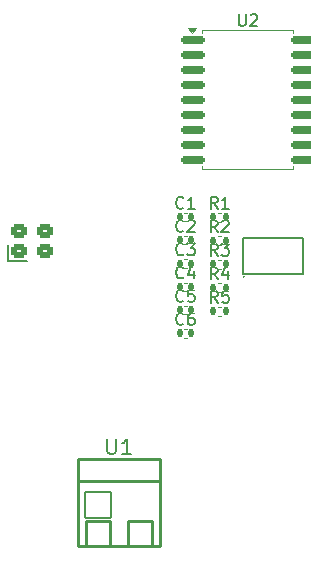
<source format=gbr>
%TF.GenerationSoftware,KiCad,Pcbnew,8.0.9*%
%TF.CreationDate,2025-09-23T01:05:25+07:00*%
%TF.ProjectId,CAN_Shield,43414e5f-5368-4696-956c-642e6b696361,rev?*%
%TF.SameCoordinates,Original*%
%TF.FileFunction,Legend,Top*%
%TF.FilePolarity,Positive*%
%FSLAX46Y46*%
G04 Gerber Fmt 4.6, Leading zero omitted, Abs format (unit mm)*
G04 Created by KiCad (PCBNEW 8.0.9) date 2025-09-23 01:05:25*
%MOMM*%
%LPD*%
G01*
G04 APERTURE LIST*
G04 Aperture macros list*
%AMRoundRect*
0 Rectangle with rounded corners*
0 $1 Rounding radius*
0 $2 $3 $4 $5 $6 $7 $8 $9 X,Y pos of 4 corners*
0 Add a 4 corners polygon primitive as box body*
4,1,4,$2,$3,$4,$5,$6,$7,$8,$9,$2,$3,0*
0 Add four circle primitives for the rounded corners*
1,1,$1+$1,$2,$3*
1,1,$1+$1,$4,$5*
1,1,$1+$1,$6,$7*
1,1,$1+$1,$8,$9*
0 Add four rect primitives between the rounded corners*
20,1,$1+$1,$2,$3,$4,$5,0*
20,1,$1+$1,$4,$5,$6,$7,0*
20,1,$1+$1,$6,$7,$8,$9,0*
20,1,$1+$1,$8,$9,$2,$3,0*%
G04 Aperture macros list end*
%ADD10C,0.150000*%
%ADD11C,0.254000*%
%ADD12C,0.120000*%
%ADD13RoundRect,0.050800X-1.100000X-1.100000X1.100000X-1.100000X1.100000X1.100000X-1.100000X1.100000X0*%
%ADD14O,2.301600X2.301600*%
%ADD15RoundRect,0.140000X-0.140000X-0.170000X0.140000X-0.170000X0.140000X0.170000X-0.140000X0.170000X0*%
%ADD16C,2.700000*%
%ADD17RoundRect,0.150000X-0.875000X-0.150000X0.875000X-0.150000X0.875000X0.150000X-0.875000X0.150000X0*%
%ADD18RoundRect,0.250000X-0.450000X-0.350000X0.450000X-0.350000X0.450000X0.350000X-0.450000X0.350000X0*%
%ADD19RoundRect,0.135000X-0.135000X-0.185000X0.135000X-0.185000X0.135000X0.185000X-0.135000X0.185000X0*%
%ADD20O,0.590000X2.050000*%
%ADD21R,1.700000X1.700000*%
%ADD22O,1.700000X1.700000*%
G04 APERTURE END LIST*
D10*
X28115280Y12156174D02*
X28115280Y11128079D01*
X28115280Y11128079D02*
X28175757Y11007127D01*
X28175757Y11007127D02*
X28236233Y10946650D01*
X28236233Y10946650D02*
X28357185Y10886174D01*
X28357185Y10886174D02*
X28599090Y10886174D01*
X28599090Y10886174D02*
X28720042Y10946650D01*
X28720042Y10946650D02*
X28780519Y11007127D01*
X28780519Y11007127D02*
X28840995Y11128079D01*
X28840995Y11128079D02*
X28840995Y12156174D01*
X30110995Y10886174D02*
X29385280Y10886174D01*
X29748137Y10886174D02*
X29748137Y12156174D01*
X29748137Y12156174D02*
X29627185Y11974746D01*
X29627185Y11974746D02*
X29506233Y11853793D01*
X29506233Y11853793D02*
X29385280Y11793317D01*
X34542333Y31772420D02*
X34494714Y31724800D01*
X34494714Y31724800D02*
X34351857Y31677181D01*
X34351857Y31677181D02*
X34256619Y31677181D01*
X34256619Y31677181D02*
X34113762Y31724800D01*
X34113762Y31724800D02*
X34018524Y31820039D01*
X34018524Y31820039D02*
X33970905Y31915277D01*
X33970905Y31915277D02*
X33923286Y32105753D01*
X33923286Y32105753D02*
X33923286Y32248610D01*
X33923286Y32248610D02*
X33970905Y32439086D01*
X33970905Y32439086D02*
X34018524Y32534324D01*
X34018524Y32534324D02*
X34113762Y32629562D01*
X34113762Y32629562D02*
X34256619Y32677181D01*
X34256619Y32677181D02*
X34351857Y32677181D01*
X34351857Y32677181D02*
X34494714Y32629562D01*
X34494714Y32629562D02*
X34542333Y32581943D01*
X35494714Y31677181D02*
X34923286Y31677181D01*
X35209000Y31677181D02*
X35209000Y32677181D01*
X35209000Y32677181D02*
X35113762Y32534324D01*
X35113762Y32534324D02*
X35018524Y32439086D01*
X35018524Y32439086D02*
X34923286Y32391467D01*
X34542333Y25862420D02*
X34494714Y25814800D01*
X34494714Y25814800D02*
X34351857Y25767181D01*
X34351857Y25767181D02*
X34256619Y25767181D01*
X34256619Y25767181D02*
X34113762Y25814800D01*
X34113762Y25814800D02*
X34018524Y25910039D01*
X34018524Y25910039D02*
X33970905Y26005277D01*
X33970905Y26005277D02*
X33923286Y26195753D01*
X33923286Y26195753D02*
X33923286Y26338610D01*
X33923286Y26338610D02*
X33970905Y26529086D01*
X33970905Y26529086D02*
X34018524Y26624324D01*
X34018524Y26624324D02*
X34113762Y26719562D01*
X34113762Y26719562D02*
X34256619Y26767181D01*
X34256619Y26767181D02*
X34351857Y26767181D01*
X34351857Y26767181D02*
X34494714Y26719562D01*
X34494714Y26719562D02*
X34542333Y26671943D01*
X35399476Y26433848D02*
X35399476Y25767181D01*
X35161381Y26814800D02*
X34923286Y26100515D01*
X34923286Y26100515D02*
X35542333Y26100515D01*
X39243095Y48159181D02*
X39243095Y47349658D01*
X39243095Y47349658D02*
X39290714Y47254420D01*
X39290714Y47254420D02*
X39338333Y47206800D01*
X39338333Y47206800D02*
X39433571Y47159181D01*
X39433571Y47159181D02*
X39624047Y47159181D01*
X39624047Y47159181D02*
X39719285Y47206800D01*
X39719285Y47206800D02*
X39766904Y47254420D01*
X39766904Y47254420D02*
X39814523Y47349658D01*
X39814523Y47349658D02*
X39814523Y48159181D01*
X40243095Y48063943D02*
X40290714Y48111562D01*
X40290714Y48111562D02*
X40385952Y48159181D01*
X40385952Y48159181D02*
X40624047Y48159181D01*
X40624047Y48159181D02*
X40719285Y48111562D01*
X40719285Y48111562D02*
X40766904Y48063943D01*
X40766904Y48063943D02*
X40814523Y47968705D01*
X40814523Y47968705D02*
X40814523Y47873467D01*
X40814523Y47873467D02*
X40766904Y47730610D01*
X40766904Y47730610D02*
X40195476Y47159181D01*
X40195476Y47159181D02*
X40814523Y47159181D01*
X37432333Y31677181D02*
X37099000Y32153372D01*
X36860905Y31677181D02*
X36860905Y32677181D01*
X36860905Y32677181D02*
X37241857Y32677181D01*
X37241857Y32677181D02*
X37337095Y32629562D01*
X37337095Y32629562D02*
X37384714Y32581943D01*
X37384714Y32581943D02*
X37432333Y32486705D01*
X37432333Y32486705D02*
X37432333Y32343848D01*
X37432333Y32343848D02*
X37384714Y32248610D01*
X37384714Y32248610D02*
X37337095Y32200991D01*
X37337095Y32200991D02*
X37241857Y32153372D01*
X37241857Y32153372D02*
X36860905Y32153372D01*
X38384714Y31677181D02*
X37813286Y31677181D01*
X38099000Y31677181D02*
X38099000Y32677181D01*
X38099000Y32677181D02*
X38003762Y32534324D01*
X38003762Y32534324D02*
X37908524Y32439086D01*
X37908524Y32439086D02*
X37813286Y32391467D01*
X34542333Y29802420D02*
X34494714Y29754800D01*
X34494714Y29754800D02*
X34351857Y29707181D01*
X34351857Y29707181D02*
X34256619Y29707181D01*
X34256619Y29707181D02*
X34113762Y29754800D01*
X34113762Y29754800D02*
X34018524Y29850039D01*
X34018524Y29850039D02*
X33970905Y29945277D01*
X33970905Y29945277D02*
X33923286Y30135753D01*
X33923286Y30135753D02*
X33923286Y30278610D01*
X33923286Y30278610D02*
X33970905Y30469086D01*
X33970905Y30469086D02*
X34018524Y30564324D01*
X34018524Y30564324D02*
X34113762Y30659562D01*
X34113762Y30659562D02*
X34256619Y30707181D01*
X34256619Y30707181D02*
X34351857Y30707181D01*
X34351857Y30707181D02*
X34494714Y30659562D01*
X34494714Y30659562D02*
X34542333Y30611943D01*
X34923286Y30611943D02*
X34970905Y30659562D01*
X34970905Y30659562D02*
X35066143Y30707181D01*
X35066143Y30707181D02*
X35304238Y30707181D01*
X35304238Y30707181D02*
X35399476Y30659562D01*
X35399476Y30659562D02*
X35447095Y30611943D01*
X35447095Y30611943D02*
X35494714Y30516705D01*
X35494714Y30516705D02*
X35494714Y30421467D01*
X35494714Y30421467D02*
X35447095Y30278610D01*
X35447095Y30278610D02*
X34875667Y29707181D01*
X34875667Y29707181D02*
X35494714Y29707181D01*
X34542333Y27832420D02*
X34494714Y27784800D01*
X34494714Y27784800D02*
X34351857Y27737181D01*
X34351857Y27737181D02*
X34256619Y27737181D01*
X34256619Y27737181D02*
X34113762Y27784800D01*
X34113762Y27784800D02*
X34018524Y27880039D01*
X34018524Y27880039D02*
X33970905Y27975277D01*
X33970905Y27975277D02*
X33923286Y28165753D01*
X33923286Y28165753D02*
X33923286Y28308610D01*
X33923286Y28308610D02*
X33970905Y28499086D01*
X33970905Y28499086D02*
X34018524Y28594324D01*
X34018524Y28594324D02*
X34113762Y28689562D01*
X34113762Y28689562D02*
X34256619Y28737181D01*
X34256619Y28737181D02*
X34351857Y28737181D01*
X34351857Y28737181D02*
X34494714Y28689562D01*
X34494714Y28689562D02*
X34542333Y28641943D01*
X34875667Y28737181D02*
X35494714Y28737181D01*
X35494714Y28737181D02*
X35161381Y28356229D01*
X35161381Y28356229D02*
X35304238Y28356229D01*
X35304238Y28356229D02*
X35399476Y28308610D01*
X35399476Y28308610D02*
X35447095Y28260991D01*
X35447095Y28260991D02*
X35494714Y28165753D01*
X35494714Y28165753D02*
X35494714Y27927658D01*
X35494714Y27927658D02*
X35447095Y27832420D01*
X35447095Y27832420D02*
X35399476Y27784800D01*
X35399476Y27784800D02*
X35304238Y27737181D01*
X35304238Y27737181D02*
X35018524Y27737181D01*
X35018524Y27737181D02*
X34923286Y27784800D01*
X34923286Y27784800D02*
X34875667Y27832420D01*
X37432333Y27697181D02*
X37099000Y28173372D01*
X36860905Y27697181D02*
X36860905Y28697181D01*
X36860905Y28697181D02*
X37241857Y28697181D01*
X37241857Y28697181D02*
X37337095Y28649562D01*
X37337095Y28649562D02*
X37384714Y28601943D01*
X37384714Y28601943D02*
X37432333Y28506705D01*
X37432333Y28506705D02*
X37432333Y28363848D01*
X37432333Y28363848D02*
X37384714Y28268610D01*
X37384714Y28268610D02*
X37337095Y28220991D01*
X37337095Y28220991D02*
X37241857Y28173372D01*
X37241857Y28173372D02*
X36860905Y28173372D01*
X37765667Y28697181D02*
X38384714Y28697181D01*
X38384714Y28697181D02*
X38051381Y28316229D01*
X38051381Y28316229D02*
X38194238Y28316229D01*
X38194238Y28316229D02*
X38289476Y28268610D01*
X38289476Y28268610D02*
X38337095Y28220991D01*
X38337095Y28220991D02*
X38384714Y28125753D01*
X38384714Y28125753D02*
X38384714Y27887658D01*
X38384714Y27887658D02*
X38337095Y27792420D01*
X38337095Y27792420D02*
X38289476Y27744800D01*
X38289476Y27744800D02*
X38194238Y27697181D01*
X38194238Y27697181D02*
X37908524Y27697181D01*
X37908524Y27697181D02*
X37813286Y27744800D01*
X37813286Y27744800D02*
X37765667Y27792420D01*
X34542333Y21922420D02*
X34494714Y21874800D01*
X34494714Y21874800D02*
X34351857Y21827181D01*
X34351857Y21827181D02*
X34256619Y21827181D01*
X34256619Y21827181D02*
X34113762Y21874800D01*
X34113762Y21874800D02*
X34018524Y21970039D01*
X34018524Y21970039D02*
X33970905Y22065277D01*
X33970905Y22065277D02*
X33923286Y22255753D01*
X33923286Y22255753D02*
X33923286Y22398610D01*
X33923286Y22398610D02*
X33970905Y22589086D01*
X33970905Y22589086D02*
X34018524Y22684324D01*
X34018524Y22684324D02*
X34113762Y22779562D01*
X34113762Y22779562D02*
X34256619Y22827181D01*
X34256619Y22827181D02*
X34351857Y22827181D01*
X34351857Y22827181D02*
X34494714Y22779562D01*
X34494714Y22779562D02*
X34542333Y22731943D01*
X35399476Y22827181D02*
X35209000Y22827181D01*
X35209000Y22827181D02*
X35113762Y22779562D01*
X35113762Y22779562D02*
X35066143Y22731943D01*
X35066143Y22731943D02*
X34970905Y22589086D01*
X34970905Y22589086D02*
X34923286Y22398610D01*
X34923286Y22398610D02*
X34923286Y22017658D01*
X34923286Y22017658D02*
X34970905Y21922420D01*
X34970905Y21922420D02*
X35018524Y21874800D01*
X35018524Y21874800D02*
X35113762Y21827181D01*
X35113762Y21827181D02*
X35304238Y21827181D01*
X35304238Y21827181D02*
X35399476Y21874800D01*
X35399476Y21874800D02*
X35447095Y21922420D01*
X35447095Y21922420D02*
X35494714Y22017658D01*
X35494714Y22017658D02*
X35494714Y22255753D01*
X35494714Y22255753D02*
X35447095Y22350991D01*
X35447095Y22350991D02*
X35399476Y22398610D01*
X35399476Y22398610D02*
X35304238Y22446229D01*
X35304238Y22446229D02*
X35113762Y22446229D01*
X35113762Y22446229D02*
X35018524Y22398610D01*
X35018524Y22398610D02*
X34970905Y22350991D01*
X34970905Y22350991D02*
X34923286Y22255753D01*
X37432333Y23717181D02*
X37099000Y24193372D01*
X36860905Y23717181D02*
X36860905Y24717181D01*
X36860905Y24717181D02*
X37241857Y24717181D01*
X37241857Y24717181D02*
X37337095Y24669562D01*
X37337095Y24669562D02*
X37384714Y24621943D01*
X37384714Y24621943D02*
X37432333Y24526705D01*
X37432333Y24526705D02*
X37432333Y24383848D01*
X37432333Y24383848D02*
X37384714Y24288610D01*
X37384714Y24288610D02*
X37337095Y24240991D01*
X37337095Y24240991D02*
X37241857Y24193372D01*
X37241857Y24193372D02*
X36860905Y24193372D01*
X38337095Y24717181D02*
X37860905Y24717181D01*
X37860905Y24717181D02*
X37813286Y24240991D01*
X37813286Y24240991D02*
X37860905Y24288610D01*
X37860905Y24288610D02*
X37956143Y24336229D01*
X37956143Y24336229D02*
X38194238Y24336229D01*
X38194238Y24336229D02*
X38289476Y24288610D01*
X38289476Y24288610D02*
X38337095Y24240991D01*
X38337095Y24240991D02*
X38384714Y24145753D01*
X38384714Y24145753D02*
X38384714Y23907658D01*
X38384714Y23907658D02*
X38337095Y23812420D01*
X38337095Y23812420D02*
X38289476Y23764800D01*
X38289476Y23764800D02*
X38194238Y23717181D01*
X38194238Y23717181D02*
X37956143Y23717181D01*
X37956143Y23717181D02*
X37860905Y23764800D01*
X37860905Y23764800D02*
X37813286Y23812420D01*
X37432333Y29687181D02*
X37099000Y30163372D01*
X36860905Y29687181D02*
X36860905Y30687181D01*
X36860905Y30687181D02*
X37241857Y30687181D01*
X37241857Y30687181D02*
X37337095Y30639562D01*
X37337095Y30639562D02*
X37384714Y30591943D01*
X37384714Y30591943D02*
X37432333Y30496705D01*
X37432333Y30496705D02*
X37432333Y30353848D01*
X37432333Y30353848D02*
X37384714Y30258610D01*
X37384714Y30258610D02*
X37337095Y30210991D01*
X37337095Y30210991D02*
X37241857Y30163372D01*
X37241857Y30163372D02*
X36860905Y30163372D01*
X37813286Y30591943D02*
X37860905Y30639562D01*
X37860905Y30639562D02*
X37956143Y30687181D01*
X37956143Y30687181D02*
X38194238Y30687181D01*
X38194238Y30687181D02*
X38289476Y30639562D01*
X38289476Y30639562D02*
X38337095Y30591943D01*
X38337095Y30591943D02*
X38384714Y30496705D01*
X38384714Y30496705D02*
X38384714Y30401467D01*
X38384714Y30401467D02*
X38337095Y30258610D01*
X38337095Y30258610D02*
X37765667Y29687181D01*
X37765667Y29687181D02*
X38384714Y29687181D01*
X34542333Y23892420D02*
X34494714Y23844800D01*
X34494714Y23844800D02*
X34351857Y23797181D01*
X34351857Y23797181D02*
X34256619Y23797181D01*
X34256619Y23797181D02*
X34113762Y23844800D01*
X34113762Y23844800D02*
X34018524Y23940039D01*
X34018524Y23940039D02*
X33970905Y24035277D01*
X33970905Y24035277D02*
X33923286Y24225753D01*
X33923286Y24225753D02*
X33923286Y24368610D01*
X33923286Y24368610D02*
X33970905Y24559086D01*
X33970905Y24559086D02*
X34018524Y24654324D01*
X34018524Y24654324D02*
X34113762Y24749562D01*
X34113762Y24749562D02*
X34256619Y24797181D01*
X34256619Y24797181D02*
X34351857Y24797181D01*
X34351857Y24797181D02*
X34494714Y24749562D01*
X34494714Y24749562D02*
X34542333Y24701943D01*
X35447095Y24797181D02*
X34970905Y24797181D01*
X34970905Y24797181D02*
X34923286Y24320991D01*
X34923286Y24320991D02*
X34970905Y24368610D01*
X34970905Y24368610D02*
X35066143Y24416229D01*
X35066143Y24416229D02*
X35304238Y24416229D01*
X35304238Y24416229D02*
X35399476Y24368610D01*
X35399476Y24368610D02*
X35447095Y24320991D01*
X35447095Y24320991D02*
X35494714Y24225753D01*
X35494714Y24225753D02*
X35494714Y23987658D01*
X35494714Y23987658D02*
X35447095Y23892420D01*
X35447095Y23892420D02*
X35399476Y23844800D01*
X35399476Y23844800D02*
X35304238Y23797181D01*
X35304238Y23797181D02*
X35066143Y23797181D01*
X35066143Y23797181D02*
X34970905Y23844800D01*
X34970905Y23844800D02*
X34923286Y23892420D01*
X37432333Y25707181D02*
X37099000Y26183372D01*
X36860905Y25707181D02*
X36860905Y26707181D01*
X36860905Y26707181D02*
X37241857Y26707181D01*
X37241857Y26707181D02*
X37337095Y26659562D01*
X37337095Y26659562D02*
X37384714Y26611943D01*
X37384714Y26611943D02*
X37432333Y26516705D01*
X37432333Y26516705D02*
X37432333Y26373848D01*
X37432333Y26373848D02*
X37384714Y26278610D01*
X37384714Y26278610D02*
X37337095Y26230991D01*
X37337095Y26230991D02*
X37241857Y26183372D01*
X37241857Y26183372D02*
X36860905Y26183372D01*
X38289476Y26373848D02*
X38289476Y25707181D01*
X38051381Y26754800D02*
X37813286Y26040515D01*
X37813286Y26040515D02*
X38432333Y26040515D01*
D11*
%TO.C,U1*%
X25625900Y8636000D02*
X32512000Y8636000D01*
X25582900Y10503900D02*
X32582900Y10503900D01*
X32582900Y3103900D01*
X25582900Y3103900D01*
X25582900Y10503900D01*
X26332900Y5204000D02*
X28332900Y5204000D01*
X28332900Y3103900D01*
X26332900Y3103900D01*
X26332900Y5204000D01*
X29845000Y5207000D02*
X31845000Y5207000D01*
X31845000Y3106900D01*
X29845000Y3106900D01*
X29845000Y5207000D01*
D12*
%TO.C,C1*%
X34601164Y31332000D02*
X34816836Y31332000D01*
X34601164Y30612000D02*
X34816836Y30612000D01*
%TO.C,C4*%
X34601164Y25422000D02*
X34816836Y25422000D01*
X34601164Y24702000D02*
X34816836Y24702000D01*
%TO.C,U2*%
X36145000Y46779000D02*
X36145000Y46534000D01*
X36145000Y35009000D02*
X36145000Y35254000D01*
X40005000Y46779000D02*
X36145000Y46779000D01*
X40005000Y46779000D02*
X43865000Y46779000D01*
X40005000Y35009000D02*
X36145000Y35009000D01*
X40005000Y35009000D02*
X43865000Y35009000D01*
X43865000Y46779000D02*
X43865000Y46534000D01*
X43865000Y35009000D02*
X43865000Y35254000D01*
X35292500Y46534000D02*
X34952500Y47004000D01*
X35632500Y47004000D01*
X35292500Y46534000D01*
G36*
X35292500Y46534000D02*
G01*
X34952500Y47004000D01*
X35632500Y47004000D01*
X35292500Y46534000D01*
G37*
D10*
%TO.C,X1*%
X19719000Y28587000D02*
X19719000Y27237000D01*
X19719000Y27237000D02*
X21319000Y27237000D01*
D12*
%TO.C,R1*%
X37445359Y31342000D02*
X37752641Y31342000D01*
X37445359Y30582000D02*
X37752641Y30582000D01*
%TO.C,C2*%
X34601164Y29362000D02*
X34816836Y29362000D01*
X34601164Y28642000D02*
X34816836Y28642000D01*
D10*
%TO.C,U4*%
X39629000Y29182000D02*
X44689000Y29182000D01*
X39629000Y26142000D02*
X39629000Y29182000D01*
X44689000Y29182000D02*
X44689000Y26142000D01*
X44689000Y26142000D02*
X39629000Y26142000D01*
X39689000Y25912000D02*
G75*
G02*
X39629000Y25912000I-30000J0D01*
G01*
X39629000Y25912000D02*
G75*
G02*
X39689000Y25912000I30000J0D01*
G01*
D12*
%TO.C,C3*%
X34601164Y27392000D02*
X34816836Y27392000D01*
X34601164Y26672000D02*
X34816836Y26672000D01*
%TO.C,R3*%
X37445359Y27362000D02*
X37752641Y27362000D01*
X37445359Y26602000D02*
X37752641Y26602000D01*
%TO.C,C6*%
X34601164Y21482000D02*
X34816836Y21482000D01*
X34601164Y20762000D02*
X34816836Y20762000D01*
%TO.C,R5*%
X37445359Y23382000D02*
X37752641Y23382000D01*
X37445359Y22622000D02*
X37752641Y22622000D01*
%TO.C,R2*%
X37445359Y29352000D02*
X37752641Y29352000D01*
X37445359Y28592000D02*
X37752641Y28592000D01*
%TO.C,C5*%
X34601164Y23452000D02*
X34816836Y23452000D01*
X34601164Y22732000D02*
X34816836Y22732000D01*
%TO.C,R4*%
X37445359Y25372000D02*
X37752641Y25372000D01*
X37445359Y24612000D02*
X37752641Y24612000D01*
%TD*%
%LPC*%
D13*
%TO.C,U1*%
X27332900Y6604000D03*
D14*
X30833100Y6604000D03*
%TD*%
D15*
%TO.C,C1*%
X34229000Y30972000D03*
X35189000Y30972000D03*
%TD*%
D16*
%TO.C,MH2*%
X61500000Y52500000D03*
%TD*%
D15*
%TO.C,C4*%
X34229000Y25062000D03*
X35189000Y25062000D03*
%TD*%
D17*
%TO.C,U2*%
X35355000Y45974000D03*
X35355000Y44704000D03*
X35355000Y43434000D03*
X35355000Y42164000D03*
X35355000Y40894000D03*
X35355000Y39624000D03*
X35355000Y38354000D03*
X35355000Y37084000D03*
X35355000Y35814000D03*
X44655000Y35814000D03*
X44655000Y37084000D03*
X44655000Y38354000D03*
X44655000Y39624000D03*
X44655000Y40894000D03*
X44655000Y42164000D03*
X44655000Y43434000D03*
X44655000Y44704000D03*
X44655000Y45974000D03*
%TD*%
D18*
%TO.C,X1*%
X20619000Y28057000D03*
X22819000Y28057000D03*
X22819000Y29817000D03*
X20619000Y29817000D03*
%TD*%
D19*
%TO.C,R1*%
X37089000Y30962000D03*
X38109000Y30962000D03*
%TD*%
D15*
%TO.C,C2*%
X34229000Y29002000D03*
X35189000Y29002000D03*
%TD*%
D20*
%TO.C,U4*%
X40249000Y24892000D03*
X41519000Y24892000D03*
X42799000Y24892000D03*
X44069000Y24892000D03*
X44069000Y30432000D03*
X42799000Y30432000D03*
X41519000Y30432000D03*
X40249000Y30432000D03*
%TD*%
D16*
%TO.C,MH3*%
X3500000Y3500000D03*
%TD*%
%TO.C,MH1*%
X3500000Y52500000D03*
%TD*%
D15*
%TO.C,C3*%
X34229000Y27032000D03*
X35189000Y27032000D03*
%TD*%
D19*
%TO.C,R3*%
X37089000Y26982000D03*
X38109000Y26982000D03*
%TD*%
D16*
%TO.C,MH4*%
X61500000Y3500000D03*
%TD*%
D15*
%TO.C,C6*%
X34229000Y21122000D03*
X35189000Y21122000D03*
%TD*%
D19*
%TO.C,R5*%
X37089000Y23002000D03*
X38109000Y23002000D03*
%TD*%
%TO.C,R2*%
X37089000Y28972000D03*
X38109000Y28972000D03*
%TD*%
D15*
%TO.C,C5*%
X34229000Y23092000D03*
X35189000Y23092000D03*
%TD*%
D19*
%TO.C,R4*%
X37089000Y24992000D03*
X38109000Y24992000D03*
%TD*%
D21*
%TO.C,J1*%
X8370000Y51230000D03*
D22*
X8370000Y53770000D03*
X10910000Y51230000D03*
X10910000Y53770000D03*
X13450000Y51230000D03*
X13450000Y53770000D03*
X15990000Y51230000D03*
X15990000Y53770000D03*
X18530000Y51230000D03*
X18530000Y53770000D03*
X21070000Y51230000D03*
X21070000Y53770000D03*
X23610000Y51230000D03*
X23610000Y53770000D03*
X26150000Y51230000D03*
X26150000Y53770000D03*
X28690000Y51230000D03*
X28690000Y53770000D03*
X31230000Y51230000D03*
X31230000Y53770000D03*
X33770000Y51230000D03*
X33770000Y53770000D03*
X36310000Y51230000D03*
X36310000Y53770000D03*
X38850000Y51230000D03*
X38850000Y53770000D03*
X41390000Y51230000D03*
X41390000Y53770000D03*
X43930000Y51230000D03*
X43930000Y53770000D03*
X46470000Y51230000D03*
X46470000Y53770000D03*
X49010000Y51230000D03*
X49010000Y53770000D03*
X51550000Y51230000D03*
X51550000Y53770000D03*
X54090000Y51230000D03*
X54090000Y53770000D03*
X56630000Y51230000D03*
X56630000Y53770000D03*
%TD*%
%LPD*%
M02*

</source>
